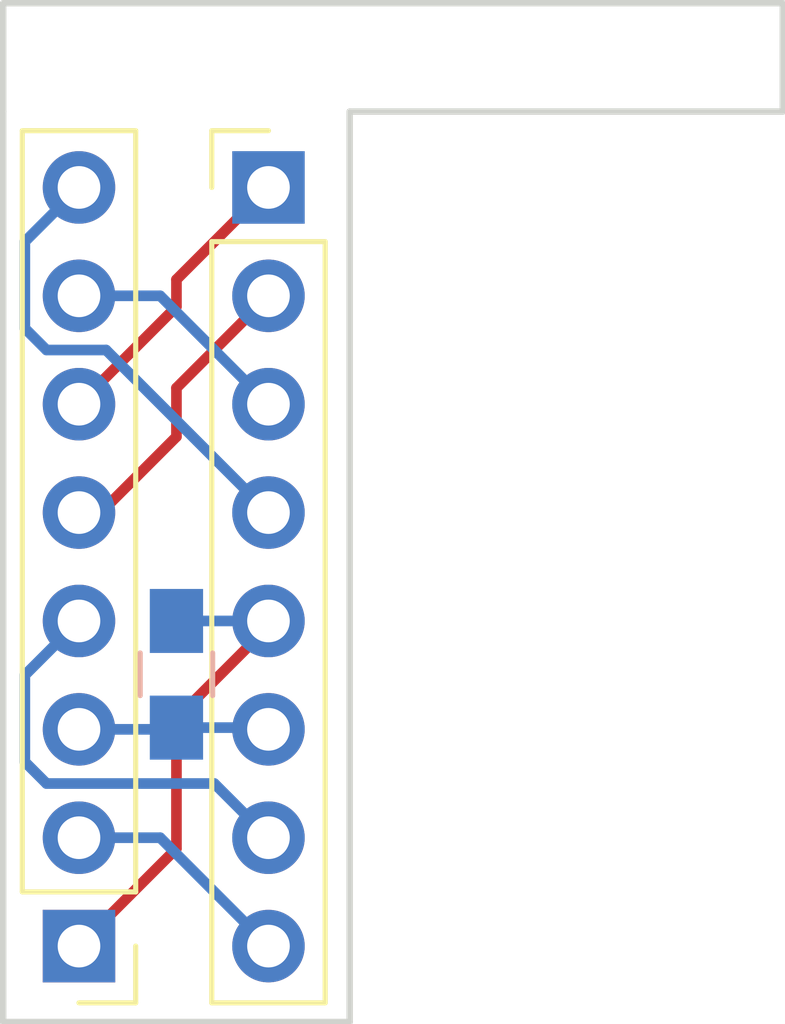
<source format=kicad_pcb>
(kicad_pcb (version 4) (host pcbnew 4.0.7)

  (general
    (links 10)
    (no_connects 9)
    (area 159.436999 101.016999 177.875001 125.043001)
    (thickness 1.6)
    (drawings 7)
    (tracks 30)
    (zones 0)
    (modules 3)
    (nets 9)
  )

  (page A4)
  (layers
    (0 F.Cu signal)
    (31 B.Cu signal)
    (32 B.Adhes user)
    (33 F.Adhes user)
    (34 B.Paste user)
    (35 F.Paste user)
    (36 B.SilkS user)
    (37 F.SilkS user)
    (38 B.Mask user)
    (39 F.Mask user)
    (40 Dwgs.User user)
    (41 Cmts.User user)
    (42 Eco1.User user)
    (43 Eco2.User user)
    (44 Edge.Cuts user)
    (45 Margin user)
    (46 B.CrtYd user)
    (47 F.CrtYd user)
    (48 B.Fab user hide)
    (49 F.Fab user hide)
  )

  (setup
    (last_trace_width 0.25)
    (user_trace_width 0.5)
    (user_trace_width 0.8)
    (user_trace_width 1)
    (trace_clearance 0.2)
    (zone_clearance 0.2)
    (zone_45_only no)
    (trace_min 0.2)
    (segment_width 0.2)
    (edge_width 0.15)
    (via_size 0.6)
    (via_drill 0.4)
    (via_min_size 0.4)
    (via_min_drill 0.3)
    (uvia_size 0.3)
    (uvia_drill 0.1)
    (uvias_allowed no)
    (uvia_min_size 0.2)
    (uvia_min_drill 0.1)
    (pcb_text_width 0.3)
    (pcb_text_size 1.5 1.5)
    (mod_edge_width 0.15)
    (mod_text_size 1 1)
    (mod_text_width 0.15)
    (pad_size 1.524 1.524)
    (pad_drill 0.762)
    (pad_to_mask_clearance 0.2)
    (aux_axis_origin 167.64 103.632)
    (visible_elements 7FFFFFFF)
    (pcbplotparams
      (layerselection 0x010f0_80000001)
      (usegerberextensions true)
      (usegerberattributes true)
      (excludeedgelayer true)
      (linewidth 0.100000)
      (plotframeref false)
      (viasonmask false)
      (mode 1)
      (useauxorigin true)
      (hpglpennumber 1)
      (hpglpenspeed 20)
      (hpglpendiameter 15)
      (hpglpenoverlay 2)
      (psnegative false)
      (psa4output false)
      (plotreference true)
      (plotvalue true)
      (plotinvisibletext false)
      (padsonsilk false)
      (subtractmaskfromsilk false)
      (outputformat 1)
      (mirror false)
      (drillshape 0)
      (scaleselection 1)
      (outputdirectory gerbers/))
  )

  (net 0 "")
  (net 1 GND)
  (net 2 MOSI)
  (net 3 MISO)
  (net 4 SCK)
  (net 5 +3V3)
  (net 6 RST)
  (net 7 IRQ)
  (net 8 CS)

  (net_class Default "This is the default net class."
    (clearance 0.2)
    (trace_width 0.25)
    (via_dia 0.6)
    (via_drill 0.4)
    (uvia_dia 0.3)
    (uvia_drill 0.1)
    (add_net +3V3)
    (add_net CS)
    (add_net GND)
    (add_net IRQ)
    (add_net MISO)
    (add_net MOSI)
    (add_net RST)
    (add_net SCK)
  )

  (module Capacitors_SMD:C_0805_HandSoldering (layer B.Cu) (tedit 5AC0C477) (tstamp 5AC0C412)
    (at 163.576 116.82 270)
    (descr "Capacitor SMD 0805, hand soldering")
    (tags "capacitor 0805")
    (path /5AC0CF28)
    (attr smd)
    (fp_text reference C1 (at 0 1.75 270) (layer B.SilkS) hide
      (effects (font (size 1 1) (thickness 0.15)) (justify mirror))
    )
    (fp_text value 100nF (at 0 -1.75 270) (layer B.Fab)
      (effects (font (size 1 1) (thickness 0.15)) (justify mirror))
    )
    (fp_text user %R (at 0 1.75 270) (layer B.Fab) hide
      (effects (font (size 1 1) (thickness 0.15)) (justify mirror))
    )
    (fp_line (start -1 -0.62) (end -1 0.62) (layer B.Fab) (width 0.1))
    (fp_line (start 1 -0.62) (end -1 -0.62) (layer B.Fab) (width 0.1))
    (fp_line (start 1 0.62) (end 1 -0.62) (layer B.Fab) (width 0.1))
    (fp_line (start -1 0.62) (end 1 0.62) (layer B.Fab) (width 0.1))
    (fp_line (start 0.5 0.85) (end -0.5 0.85) (layer B.SilkS) (width 0.12))
    (fp_line (start -0.5 -0.85) (end 0.5 -0.85) (layer B.SilkS) (width 0.12))
    (fp_line (start -2.25 0.88) (end 2.25 0.88) (layer B.CrtYd) (width 0.05))
    (fp_line (start -2.25 0.88) (end -2.25 -0.87) (layer B.CrtYd) (width 0.05))
    (fp_line (start 2.25 -0.87) (end 2.25 0.88) (layer B.CrtYd) (width 0.05))
    (fp_line (start 2.25 -0.87) (end -2.25 -0.87) (layer B.CrtYd) (width 0.05))
    (pad 1 smd rect (at -1.25 0 270) (size 1.5 1.25) (layers B.Cu B.Paste B.Mask)
      (net 5 +3V3))
    (pad 2 smd rect (at 1.25 0 270) (size 1.5 1.25) (layers B.Cu B.Paste B.Mask)
      (net 1 GND))
    (model Capacitors_SMD.3dshapes/C_0805.wrl
      (at (xyz 0 0 0))
      (scale (xyz 1 1 1))
      (rotate (xyz 0 0 0))
    )
  )

  (module Pin_Headers:Pin_Header_Straight_1x08_Pitch2.54mm (layer F.Cu) (tedit 5AD003C9) (tstamp 5AD00317)
    (at 161.29 123.19 180)
    (descr "Through hole straight pin header, 1x08, 2.54mm pitch, single row")
    (tags "Through hole pin header THT 1x08 2.54mm single row")
    (path /5AD00369)
    (fp_text reference J1 (at 0 -2.33 180) (layer F.SilkS) hide
      (effects (font (size 1 1) (thickness 0.15)))
    )
    (fp_text value Conn_01x08 (at 0 20.11 180) (layer F.Fab)
      (effects (font (size 1 1) (thickness 0.15)))
    )
    (fp_line (start -0.635 -1.27) (end 1.27 -1.27) (layer F.Fab) (width 0.1))
    (fp_line (start 1.27 -1.27) (end 1.27 19.05) (layer F.Fab) (width 0.1))
    (fp_line (start 1.27 19.05) (end -1.27 19.05) (layer F.Fab) (width 0.1))
    (fp_line (start -1.27 19.05) (end -1.27 -0.635) (layer F.Fab) (width 0.1))
    (fp_line (start -1.27 -0.635) (end -0.635 -1.27) (layer F.Fab) (width 0.1))
    (fp_line (start -1.33 19.11) (end 1.33 19.11) (layer F.SilkS) (width 0.12))
    (fp_line (start -1.33 1.27) (end -1.33 19.11) (layer F.SilkS) (width 0.12))
    (fp_line (start 1.33 1.27) (end 1.33 19.11) (layer F.SilkS) (width 0.12))
    (fp_line (start -1.33 1.27) (end 1.33 1.27) (layer F.SilkS) (width 0.12))
    (fp_line (start -1.33 0) (end -1.33 -1.33) (layer F.SilkS) (width 0.12))
    (fp_line (start -1.33 -1.33) (end 0 -1.33) (layer F.SilkS) (width 0.12))
    (fp_line (start -1.8 -1.8) (end -1.8 19.55) (layer F.CrtYd) (width 0.05))
    (fp_line (start -1.8 19.55) (end 1.8 19.55) (layer F.CrtYd) (width 0.05))
    (fp_line (start 1.8 19.55) (end 1.8 -1.8) (layer F.CrtYd) (width 0.05))
    (fp_line (start 1.8 -1.8) (end -1.8 -1.8) (layer F.CrtYd) (width 0.05))
    (fp_text user %R (at 0 8.89 270) (layer F.Fab)
      (effects (font (size 1 1) (thickness 0.15)))
    )
    (pad 1 thru_hole rect (at 0 0 180) (size 1.7 1.7) (drill 1) (layers *.Cu *.Mask)
      (net 5 +3V3))
    (pad 2 thru_hole oval (at 0 2.54 180) (size 1.7 1.7) (drill 1) (layers *.Cu *.Mask)
      (net 6 RST))
    (pad 3 thru_hole oval (at 0 5.08 180) (size 1.7 1.7) (drill 1) (layers *.Cu *.Mask)
      (net 1 GND))
    (pad 4 thru_hole oval (at 0 7.62 180) (size 1.7 1.7) (drill 1) (layers *.Cu *.Mask)
      (net 7 IRQ))
    (pad 5 thru_hole oval (at 0 10.16 180) (size 1.7 1.7) (drill 1) (layers *.Cu *.Mask)
      (net 3 MISO))
    (pad 6 thru_hole oval (at 0 12.7 180) (size 1.7 1.7) (drill 1) (layers *.Cu *.Mask)
      (net 2 MOSI))
    (pad 7 thru_hole oval (at 0 15.24 180) (size 1.7 1.7) (drill 1) (layers *.Cu *.Mask)
      (net 4 SCK))
    (pad 8 thru_hole oval (at 0 17.78 180) (size 1.7 1.7) (drill 1) (layers *.Cu *.Mask)
      (net 8 CS))
    (model ${KISYS3DMOD}/Pin_Headers.3dshapes/Pin_Header_Straight_1x08_Pitch2.54mm.wrl
      (at (xyz 0 0 0))
      (scale (xyz 1 1 1))
      (rotate (xyz 0 0 0))
    )
  )

  (module Pin_Headers:Pin_Header_Straight_1x08_Pitch2.54mm (layer F.Cu) (tedit 5AD003C5) (tstamp 5AD00322)
    (at 165.735 105.41)
    (descr "Through hole straight pin header, 1x08, 2.54mm pitch, single row")
    (tags "Through hole pin header THT 1x08 2.54mm single row")
    (path /5AD002A4)
    (fp_text reference J2 (at 0 -2.33) (layer F.SilkS) hide
      (effects (font (size 1 1) (thickness 0.15)))
    )
    (fp_text value Conn_01x08 (at 0 20.11) (layer F.Fab)
      (effects (font (size 1 1) (thickness 0.15)))
    )
    (fp_line (start -0.635 -1.27) (end 1.27 -1.27) (layer F.Fab) (width 0.1))
    (fp_line (start 1.27 -1.27) (end 1.27 19.05) (layer F.Fab) (width 0.1))
    (fp_line (start 1.27 19.05) (end -1.27 19.05) (layer F.Fab) (width 0.1))
    (fp_line (start -1.27 19.05) (end -1.27 -0.635) (layer F.Fab) (width 0.1))
    (fp_line (start -1.27 -0.635) (end -0.635 -1.27) (layer F.Fab) (width 0.1))
    (fp_line (start -1.33 19.11) (end 1.33 19.11) (layer F.SilkS) (width 0.12))
    (fp_line (start -1.33 1.27) (end -1.33 19.11) (layer F.SilkS) (width 0.12))
    (fp_line (start 1.33 1.27) (end 1.33 19.11) (layer F.SilkS) (width 0.12))
    (fp_line (start -1.33 1.27) (end 1.33 1.27) (layer F.SilkS) (width 0.12))
    (fp_line (start -1.33 0) (end -1.33 -1.33) (layer F.SilkS) (width 0.12))
    (fp_line (start -1.33 -1.33) (end 0 -1.33) (layer F.SilkS) (width 0.12))
    (fp_line (start -1.8 -1.8) (end -1.8 19.55) (layer F.CrtYd) (width 0.05))
    (fp_line (start -1.8 19.55) (end 1.8 19.55) (layer F.CrtYd) (width 0.05))
    (fp_line (start 1.8 19.55) (end 1.8 -1.8) (layer F.CrtYd) (width 0.05))
    (fp_line (start 1.8 -1.8) (end -1.8 -1.8) (layer F.CrtYd) (width 0.05))
    (fp_text user %R (at 0 8.89 90) (layer F.Fab)
      (effects (font (size 1 1) (thickness 0.15)))
    )
    (pad 1 thru_hole rect (at 0 0) (size 1.7 1.7) (drill 1) (layers *.Cu *.Mask)
      (net 2 MOSI))
    (pad 2 thru_hole oval (at 0 2.54) (size 1.7 1.7) (drill 1) (layers *.Cu *.Mask)
      (net 3 MISO))
    (pad 3 thru_hole oval (at 0 5.08) (size 1.7 1.7) (drill 1) (layers *.Cu *.Mask)
      (net 4 SCK))
    (pad 4 thru_hole oval (at 0 7.62) (size 1.7 1.7) (drill 1) (layers *.Cu *.Mask)
      (net 8 CS))
    (pad 5 thru_hole oval (at 0 10.16) (size 1.7 1.7) (drill 1) (layers *.Cu *.Mask)
      (net 5 +3V3))
    (pad 6 thru_hole oval (at 0 12.7) (size 1.7 1.7) (drill 1) (layers *.Cu *.Mask)
      (net 1 GND))
    (pad 7 thru_hole oval (at 0 15.24) (size 1.7 1.7) (drill 1) (layers *.Cu *.Mask)
      (net 7 IRQ))
    (pad 8 thru_hole oval (at 0 17.78) (size 1.7 1.7) (drill 1) (layers *.Cu *.Mask)
      (net 6 RST))
    (model Pin_Headers.3dshapes/Pin_Header_Angled_1x08_Pitch2.54mm.wrl
      (at (xyz 0 0 0))
      (scale (xyz 1 1 1))
      (rotate (xyz 0 0 0))
    )
  )

  (gr_line (start 159.512 101.092) (end 159.512 103.632) (layer Edge.Cuts) (width 0.15))
  (gr_line (start 177.8 101.092) (end 159.512 101.092) (layer Edge.Cuts) (width 0.15))
  (gr_line (start 177.8 103.632) (end 177.8 101.092) (layer Edge.Cuts) (width 0.15))
  (gr_line (start 167.64 103.632) (end 177.8 103.632) (layer Edge.Cuts) (width 0.15))
  (gr_line (start 159.512 124.968) (end 159.512 103.632) (layer Edge.Cuts) (width 0.15))
  (gr_line (start 167.64 124.968) (end 159.512 124.968) (layer Edge.Cuts) (width 0.15))
  (gr_line (start 167.64 103.632) (end 167.64 124.968) (layer Edge.Cuts) (width 0.15))

  (segment (start 163.576 118.07) (end 165.695 118.07) (width 0.25) (layer B.Cu) (net 1))
  (segment (start 165.695 118.07) (end 165.735 118.11) (width 0.25) (layer B.Cu) (net 1))
  (segment (start 161.29 118.11) (end 163.536 118.11) (width 0.25) (layer B.Cu) (net 1))
  (segment (start 163.536 118.11) (end 163.576 118.07) (width 0.25) (layer B.Cu) (net 1))
  (segment (start 161.29 110.49) (end 163.576 108.204) (width 0.25) (layer F.Cu) (net 2))
  (segment (start 163.576 108.204) (end 163.576 107.569) (width 0.25) (layer F.Cu) (net 2))
  (segment (start 163.576 107.569) (end 165.735 105.41) (width 0.25) (layer F.Cu) (net 2))
  (segment (start 163.576 111.252) (end 163.576 110.109) (width 0.25) (layer F.Cu) (net 3))
  (segment (start 163.576 110.109) (end 165.735 107.95) (width 0.25) (layer F.Cu) (net 3))
  (segment (start 161.798 113.03) (end 163.576 111.252) (width 0.25) (layer F.Cu) (net 3))
  (segment (start 161.29 113.03) (end 161.798 113.03) (width 0.25) (layer F.Cu) (net 3))
  (segment (start 161.29 107.95) (end 163.195 107.95) (width 0.25) (layer B.Cu) (net 4))
  (segment (start 163.195 107.95) (end 165.735 110.49) (width 0.25) (layer B.Cu) (net 4))
  (segment (start 165.735 115.57) (end 165.735 115.697) (width 0.25) (layer F.Cu) (net 5))
  (segment (start 165.735 115.697) (end 163.576 117.856) (width 0.25) (layer F.Cu) (net 5))
  (segment (start 163.576 120.904) (end 163.576 117.856) (width 0.25) (layer F.Cu) (net 5))
  (segment (start 161.29 123.19) (end 163.576 120.904) (width 0.25) (layer F.Cu) (net 5))
  (segment (start 163.576 115.57) (end 165.735 115.57) (width 0.25) (layer B.Cu) (net 5))
  (segment (start 161.29 120.65) (end 163.195 120.65) (width 0.25) (layer B.Cu) (net 6))
  (segment (start 163.195 120.65) (end 165.735 123.19) (width 0.25) (layer B.Cu) (net 6))
  (segment (start 160.528 119.38) (end 164.465 119.38) (width 0.25) (layer B.Cu) (net 7))
  (segment (start 164.465 119.38) (end 165.735 120.65) (width 0.25) (layer B.Cu) (net 7))
  (segment (start 160.02 118.872) (end 160.528 119.38) (width 0.25) (layer B.Cu) (net 7))
  (segment (start 160.02 116.84) (end 160.02 118.872) (width 0.25) (layer B.Cu) (net 7))
  (segment (start 161.29 115.57) (end 160.02 116.84) (width 0.25) (layer B.Cu) (net 7))
  (segment (start 165.735 113.03) (end 161.925 109.22) (width 0.25) (layer B.Cu) (net 8))
  (segment (start 161.925 109.22) (end 160.528 109.22) (width 0.25) (layer B.Cu) (net 8))
  (segment (start 160.528 109.22) (end 160.02 108.712) (width 0.25) (layer B.Cu) (net 8))
  (segment (start 160.02 108.712) (end 160.02 106.68) (width 0.25) (layer B.Cu) (net 8))
  (segment (start 160.02 106.68) (end 161.29 105.41) (width 0.25) (layer B.Cu) (net 8))

)

</source>
